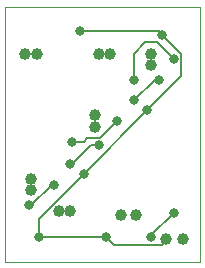
<source format=gbl>
G75*
%MOIN*%
%OFA0B0*%
%FSLAX24Y24*%
%IPPOS*%
%LPD*%
%AMOC8*
5,1,8,0,0,1.08239X$1,22.5*
%
%ADD10C,0.0000*%
%ADD11C,0.0397*%
%ADD12C,0.0317*%
%ADD13C,0.0060*%
D10*
X002392Y002517D02*
X002392Y011017D01*
X008892Y011017D01*
X008892Y002517D01*
X002392Y002517D01*
D11*
X004204Y004204D03*
X004579Y004204D03*
X003267Y004892D03*
X003267Y005267D03*
X005392Y007017D03*
X005392Y007392D03*
X005517Y009454D03*
X005892Y009454D03*
X007267Y009454D03*
X007267Y009079D03*
X003454Y009454D03*
X003079Y009454D03*
X006267Y004079D03*
X006767Y004079D03*
X007767Y003267D03*
X008329Y003267D03*
D12*
X008017Y004142D03*
X007267Y003329D03*
X005767Y003329D03*
X004017Y005079D03*
X004579Y005767D03*
X005017Y005454D03*
X005517Y006392D03*
X006142Y007204D03*
X006704Y007892D03*
X007142Y007579D03*
X007517Y008579D03*
X008017Y009267D03*
X007642Y010079D03*
X006704Y008579D03*
X004892Y010204D03*
X004642Y006517D03*
X003204Y004392D03*
X003517Y003329D03*
D13*
X003517Y003954D01*
X005017Y005454D01*
X007142Y007579D01*
X008267Y008704D01*
X008267Y009454D01*
X007642Y010079D01*
X007517Y010204D01*
X004892Y010204D01*
X006704Y009454D02*
X006704Y008579D01*
X006704Y007892D02*
X007392Y008579D01*
X007517Y008579D01*
X008017Y009267D02*
X007454Y009829D01*
X007079Y009829D01*
X006704Y009454D01*
X006142Y007204D02*
X005579Y006642D01*
X005142Y006642D01*
X005017Y006517D01*
X004642Y006517D01*
X005267Y006392D02*
X005517Y006392D01*
X005267Y006392D02*
X004642Y005767D01*
X004579Y005767D01*
X004017Y005079D02*
X003954Y005079D01*
X003267Y004392D01*
X003204Y004392D01*
X003517Y003329D02*
X005767Y003329D01*
X006017Y003079D01*
X007642Y003079D01*
X007767Y003204D01*
X007767Y003267D01*
X007267Y003329D02*
X007267Y003392D01*
X008017Y004142D01*
M02*

</source>
